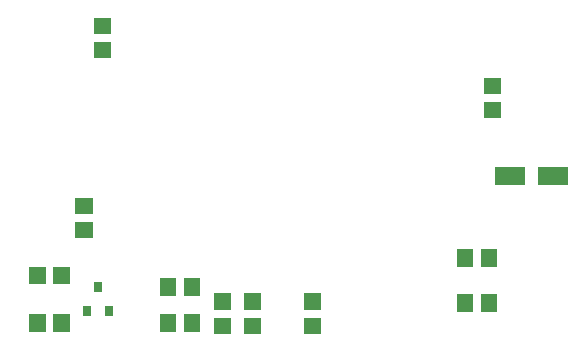
<source format=gtp>
G04 MADE WITH FRITZING*
G04 WWW.FRITZING.ORG*
G04 DOUBLE SIDED*
G04 HOLES PLATED*
G04 CONTOUR ON CENTER OF CONTOUR VECTOR*
%ASAXBY*%
%FSLAX23Y23*%
%MOIN*%
%OFA0B0*%
%SFA1.0B1.0*%
%ADD10R,0.031496X0.035433*%
%ADD11R,0.055118X0.059055*%
%ADD12R,0.102362X0.062992*%
%ADD13R,0.001000X0.001000*%
%LNPASTEMASK1*%
G90*
G70*
G54D10*
X394Y338D03*
X468Y338D03*
X431Y417D03*
G54D11*
X665Y299D03*
X746Y299D03*
X665Y417D03*
X746Y417D03*
X1655Y516D03*
X1735Y516D03*
X1655Y366D03*
X1735Y366D03*
G54D12*
X1948Y789D03*
X1806Y789D03*
G36*
X283Y427D02*
X283Y486D01*
X338Y486D01*
X338Y427D01*
X283Y427D01*
G37*
D02*
G36*
X203Y427D02*
X203Y486D01*
X258Y486D01*
X258Y427D01*
X203Y427D01*
G37*
D02*
G36*
X283Y269D02*
X283Y328D01*
X338Y328D01*
X338Y269D01*
X283Y269D01*
G37*
D02*
G36*
X203Y269D02*
X203Y328D01*
X258Y328D01*
X258Y269D01*
X203Y269D01*
G37*
D02*
G36*
X1118Y316D02*
X1177Y316D01*
X1177Y261D01*
X1118Y261D01*
X1118Y316D01*
G37*
D02*
G36*
X1118Y397D02*
X1177Y397D01*
X1177Y342D01*
X1118Y342D01*
X1118Y397D01*
G37*
D02*
G36*
X918Y316D02*
X977Y316D01*
X977Y261D01*
X918Y261D01*
X918Y316D01*
G37*
D02*
G36*
X918Y397D02*
X977Y397D01*
X977Y342D01*
X918Y342D01*
X918Y397D01*
G37*
D02*
G36*
X818Y316D02*
X877Y316D01*
X877Y261D01*
X818Y261D01*
X818Y316D01*
G37*
D02*
G36*
X818Y397D02*
X877Y397D01*
X877Y342D01*
X818Y342D01*
X818Y397D01*
G37*
D02*
G36*
X416Y661D02*
X357Y661D01*
X357Y716D01*
X416Y716D01*
X416Y661D01*
G37*
D02*
G36*
X416Y580D02*
X357Y580D01*
X357Y635D01*
X416Y635D01*
X416Y580D01*
G37*
D02*
G36*
X477Y1261D02*
X418Y1261D01*
X418Y1316D01*
X477Y1316D01*
X477Y1261D01*
G37*
D02*
G36*
X477Y1180D02*
X418Y1180D01*
X418Y1235D01*
X477Y1235D01*
X477Y1180D01*
G37*
D02*
G36*
X1777Y1061D02*
X1718Y1061D01*
X1718Y1116D01*
X1777Y1116D01*
X1777Y1061D01*
G37*
D02*
G36*
X1777Y980D02*
X1718Y980D01*
X1718Y1035D01*
X1777Y1035D01*
X1777Y980D01*
G37*
D02*
G54D13*
D02*
G04 End of PasteMask1*
M02*
</source>
